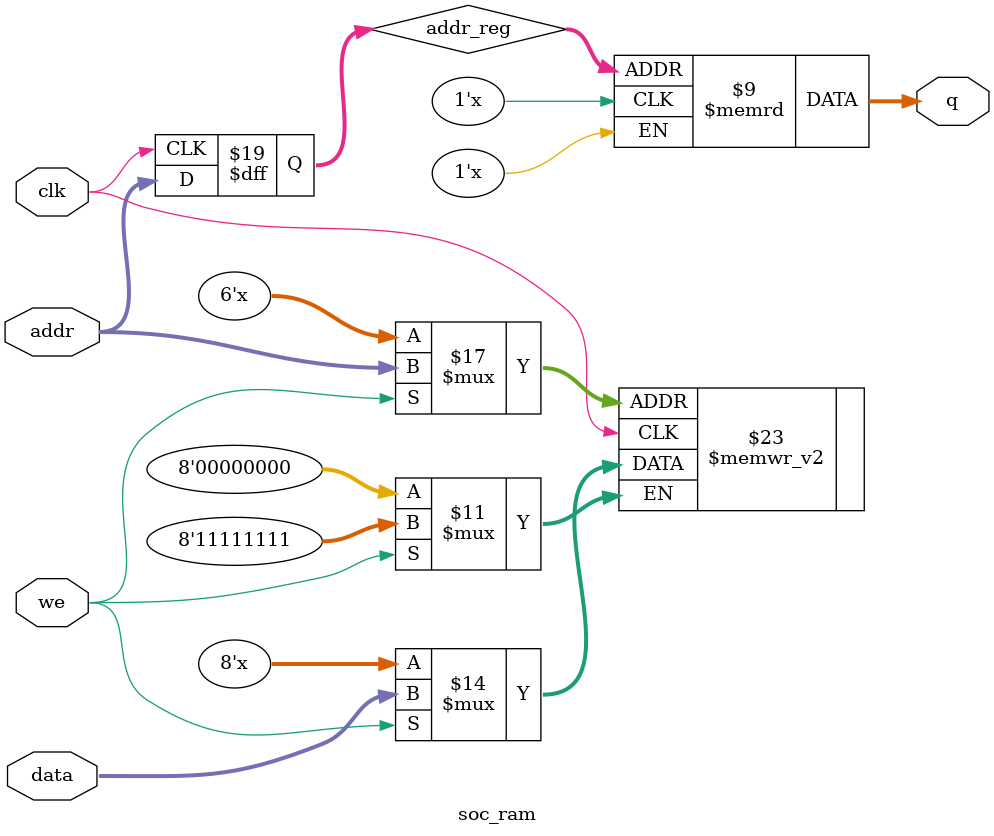
<source format=v>


module soc_ram( data, addr, we, clk, q );

  parameter DATA_WIDTH = 8;
  parameter ADDR_WIDTH = 6;
  parameter MEM_INIT = 0;
  
  input [(DATA_WIDTH-1):0] data;
  input [(ADDR_WIDTH-1):0] addr;
  input we;
  input clk;
  output [(DATA_WIDTH-1):0] q;
  
  // Declare the RAM variable
  reg [DATA_WIDTH-1:0] ram[2**ADDR_WIDTH-1:0];
  reg [ADDR_WIDTH-1:0] addr_reg;
  
  
  always @ (posedge clk)
    begin
      // Write
      if (we) ram[addr] <= data;
      addr_reg <= addr;
    end
  
  // Read returns NEW data at addr if we == 1'b1. This is the
  // natural behavior of TriMatrix memory blocks in Single Port
  // mode
  assign q = ram[addr_reg];

// 	generate 
// 		if( MEM_INIT != 0 )
// 		  initial
// 		    $readmemh( MEM_INIT, ram );
// 	endgenerate		    

endmodule
</source>
